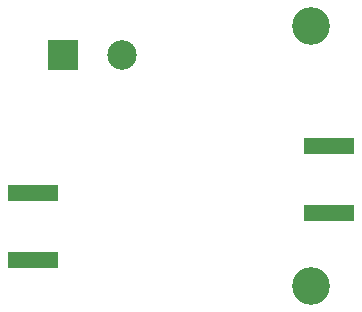
<source format=gbr>
%TF.GenerationSoftware,KiCad,Pcbnew,8.0.2*%
%TF.CreationDate,2025-01-11T01:25:04-03:00*%
%TF.ProjectId,rx_amp,72785f61-6d70-42e6-9b69-6361645f7063,rev?*%
%TF.SameCoordinates,Original*%
%TF.FileFunction,Soldermask,Bot*%
%TF.FilePolarity,Negative*%
%FSLAX46Y46*%
G04 Gerber Fmt 4.6, Leading zero omitted, Abs format (unit mm)*
G04 Created by KiCad (PCBNEW 8.0.2) date 2025-01-11 01:25:04*
%MOMM*%
%LPD*%
G01*
G04 APERTURE LIST*
%ADD10C,3.200000*%
%ADD11R,4.200000X1.350000*%
%ADD12R,2.500000X2.500000*%
%ADD13C,2.500000*%
G04 APERTURE END LIST*
D10*
%TO.C,H1*%
X136000000Y-94000000D03*
%TD*%
D11*
%TO.C,J2*%
X137500000Y-109825000D03*
X137500000Y-104175000D03*
%TD*%
%TO.C,J1*%
X112500000Y-108175000D03*
X112500000Y-113825000D03*
%TD*%
D12*
%TO.C,J3*%
X115000000Y-96500000D03*
D13*
X120000000Y-96500000D03*
%TD*%
D10*
%TO.C,H3*%
X136000000Y-116000000D03*
%TD*%
M02*

</source>
